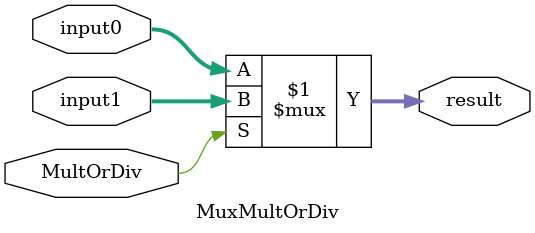
<source format=v>
module MuxMultOrDiv(
  input  wire        MultOrDiv,
  input  wire [31:0] input0,
  input  wire [31:0] input1,
  
  output wire [31:0] result
);

  assign result = MultOrDiv ? input1 : input0;

endmodule
</source>
